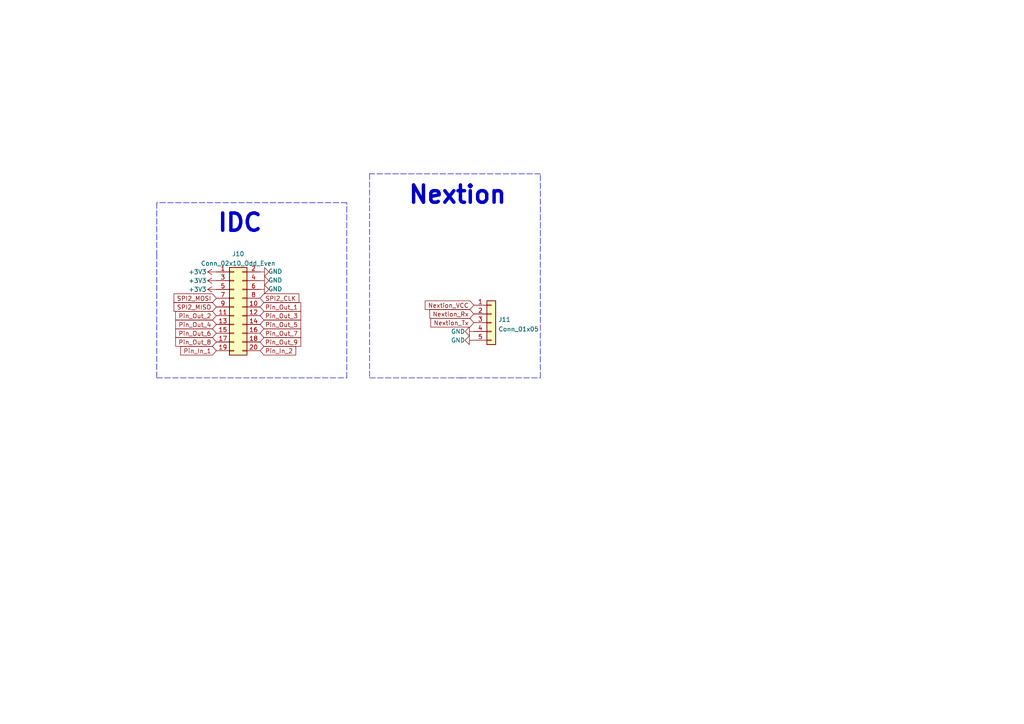
<source format=kicad_sch>
(kicad_sch (version 20211123) (generator eeschema)
  (paper "A4")
  (lib_symbols
    (symbol "Connector_Generic:Conn_01x05" (pin_names (offset 1.016) hide)
      (property "Reference" "J" (at 0 7.62 0))
      (property "Value" "Conn_01x05" (at 0 -7.62 0))
      (symbol "Conn_01x05_1_1"
        (rectangle (start -1.27 -4.953) (end 0 -5.207) (stroke (width 0.1524)))
        (rectangle (start -1.27 -2.413) (end 0 -2.667) (stroke (width 0.1524)))
        (rectangle (start -1.27 0.127) (end 0 -0.127) (stroke (width 0.1524)))
        (rectangle (start -1.27 2.667) (end 0 2.413) (stroke (width 0.1524)))
        (rectangle (start -1.27 5.207) (end 0 4.953) (stroke (width 0.1524)))
        (rectangle (start -1.27 6.35) (end 1.27 -6.35) (stroke (width 0.254)) (fill (type background)))
        (pin passive line (at -5.08 5.08 0) (length 3.81) (name "Pin_1") (number "1"))
        (pin passive line (at -5.08 2.54 0) (length 3.81) (name "Pin_2") (number "2"))
        (pin passive line (at -5.08 0 0) (length 3.81) (name "Pin_3") (number "3"))
        (pin passive line (at -5.08 -2.54 0) (length 3.81) (name "Pin_4") (number "4"))
        (pin passive line (at -5.08 -5.08 0) (length 3.81) (name "Pin_5") (number "5"))
      )
    )
    (symbol "Connector_Generic:Conn_02x10_Odd_Even" (pin_names (offset 1.016) hide)
      (property "Reference" "J" (at 1.27 12.7 0))
      (property "Value" "Conn_02x10_Odd_Even" (at 1.27 -15.24 0))
      (symbol "Conn_02x10_Odd_Even_1_1"
        (rectangle (start -1.27 -12.573) (end 0 -12.827) (stroke (width 0.1524)))
        (rectangle (start -1.27 -10.033) (end 0 -10.287) (stroke (width 0.1524)))
        (rectangle (start -1.27 -7.493) (end 0 -7.747) (stroke (width 0.1524)))
        (rectangle (start -1.27 -4.953) (end 0 -5.207) (stroke (width 0.1524)))
        (rectangle (start -1.27 -2.413) (end 0 -2.667) (stroke (width 0.1524)))
        (rectangle (start -1.27 0.127) (end 0 -0.127) (stroke (width 0.1524)))
        (rectangle (start -1.27 2.667) (end 0 2.413) (stroke (width 0.1524)))
        (rectangle (start -1.27 5.207) (end 0 4.953) (stroke (width 0.1524)))
        (rectangle (start -1.27 7.747) (end 0 7.493) (stroke (width 0.1524)))
        (rectangle (start -1.27 10.287) (end 0 10.033) (stroke (width 0.1524)))
        (rectangle (start -1.27 11.43) (end 3.81 -13.97) (stroke (width 0.254)) (fill (type background)))
        (rectangle (start 3.81 -12.573) (end 2.54 -12.827) (stroke (width 0.1524)))
        (rectangle (start 3.81 -10.033) (end 2.54 -10.287) (stroke (width 0.1524)))
        (rectangle (start 3.81 -7.493) (end 2.54 -7.747) (stroke (width 0.1524)))
        (rectangle (start 3.81 -4.953) (end 2.54 -5.207) (stroke (width 0.1524)))
        (rectangle (start 3.81 -2.413) (end 2.54 -2.667) (stroke (width 0.1524)))
        (rectangle (start 3.81 0.127) (end 2.54 -0.127) (stroke (width 0.1524)))
        (rectangle (start 3.81 2.667) (end 2.54 2.413) (stroke (width 0.1524)))
        (rectangle (start 3.81 5.207) (end 2.54 4.953) (stroke (width 0.1524)))
        (rectangle (start 3.81 7.747) (end 2.54 7.493) (stroke (width 0.1524)))
        (rectangle (start 3.81 10.287) (end 2.54 10.033) (stroke (width 0.1524)))
        (pin passive line (at -5.08 10.16 0) (length 3.81) (name "Pin_1") (number "1"))
        (pin passive line (at 7.62 0 180) (length 3.81) (name "Pin_10") (number "10"))
        (pin passive line (at -5.08 -2.54 0) (length 3.81) (name "Pin_11") (number "11"))
        (pin passive line (at 7.62 -2.54 180) (length 3.81) (name "Pin_12") (number "12"))
        (pin passive line (at -5.08 -5.08 0) (length 3.81) (name "Pin_13") (number "13"))
        (pin passive line (at 7.62 -5.08 180) (length 3.81) (name "Pin_14") (number "14"))
        (pin passive line (at -5.08 -7.62 0) (length 3.81) (name "Pin_15") (number "15"))
        (pin passive line (at 7.62 -7.62 180) (length 3.81) (name "Pin_16") (number "16"))
        (pin passive line (at -5.08 -10.16 0) (length 3.81) (name "Pin_17") (number "17"))
        (pin passive line (at 7.62 -10.16 180) (length 3.81) (name "Pin_18") (number "18"))
        (pin passive line (at -5.08 -12.7 0) (length 3.81) (name "Pin_19") (number "19"))
        (pin passive line (at 7.62 10.16 180) (length 3.81) (name "Pin_2") (number "2"))
        (pin passive line (at 7.62 -12.7 180) (length 3.81) (name "Pin_20") (number "20"))
        (pin passive line (at -5.08 7.62 0) (length 3.81) (name "Pin_3") (number "3"))
        (pin passive line (at 7.62 7.62 180) (length 3.81) (name "Pin_4") (number "4"))
        (pin passive line (at -5.08 5.08 0) (length 3.81) (name "Pin_5") (number "5"))
        (pin passive line (at 7.62 5.08 180) (length 3.81) (name "Pin_6") (number "6"))
        (pin passive line (at -5.08 2.54 0) (length 3.81) (name "Pin_7") (number "7"))
        (pin passive line (at 7.62 2.54 180) (length 3.81) (name "Pin_8") (number "8"))
        (pin passive line (at -5.08 0 0) (length 3.81) (name "Pin_9") (number "9"))
      )
    )
    (symbol "power:+3.3V" (power) (pin_names (offset 0))
      (property "Value" "+3.3V" (at 0 3.556 0))
      (symbol "+3.3V_0_1"
        (polyline (pts (xy -0.762 1.27) (xy 0 2.54)))
        (polyline (pts (xy 0 0) (xy 0 2.54)))
        (polyline (pts (xy 0 2.54) (xy 0.762 1.27)))
      )
      (symbol "+3.3V_1_1"
        (pin power_in line (at 0 0 90) (length 0) hide (name "+3V3") (number "1"))
      )
    )
    (symbol "power:GND" (power) (pin_names (offset 0))
      (property "Value" "GND" (at 0 -3.81 0))
      (symbol "GND_0_1"
        (polyline (pts (xy 0 0) (xy 0 -1.27) (xy 1.27 -1.27) (xy 0 -2.54) (xy -1.27 -1.27) (xy 0 -1.27)))
      )
      (symbol "GND_1_1"
        (pin power_in line (at 0 0 270) (length 0) hide (name "GND") (number "1"))
      )
    )
  )
  (polyline (pts (xy 100.584 58.801) (xy 45.466 58.801)))
  (polyline (pts (xy 133.604 109.601) (xy 156.718 109.601)))
  (polyline (pts (xy 100.584 109.601) (xy 100.584 58.801)))
  (polyline (pts (xy 156.718 109.601) (xy 156.718 50.419)))
  (polyline (pts (xy 45.466 73.533) (xy 45.466 109.601)))
  (polyline (pts (xy 107.188 50.419) (xy 107.188 109.601)))
  (polyline (pts (xy 45.466 109.601) (xy 100.584 109.601)))
  (polyline (pts (xy 45.466 58.801) (xy 45.466 73.533)))
  (polyline (pts (xy 107.188 109.601) (xy 133.858 109.601)))
  (polyline (pts (xy 156.718 50.419) (xy 107.188 50.419)))
  (text "IDC" (at 62.738 67.691 0) (effects (font (size 5.0038 5.0038) (thickness 1.0008) bold) (justify left bottom)))
  (text "Nextion" (at 118.11 59.563 0) (effects (font (size 5.0038 5.0038) (thickness 1.0008) bold) (justify left bottom)))
  (global_label "Pin_Out_9" (shape input) (at 75.438 99.187 0) (property "Intersheet References" "${INTERSHEET_REFS}" (effects hide)))
  (global_label "SPI2_CLK" (shape input) (at 75.438 86.487 0) (property "Intersheet References" "${INTERSHEET_REFS}" (effects hide)))
  (global_label "Pin_Out_6" (shape input) (at 62.738 96.647 180) (property "Intersheet References" "${INTERSHEET_REFS}" (effects hide)))
  (global_label "SPI2_MOSI" (shape input) (at 62.738 86.487 180) (property "Intersheet References" "${INTERSHEET_REFS}" (effects hide)))
  (global_label "Pin_In_1" (shape input) (at 62.738 101.727 180) (property "Intersheet References" "${INTERSHEET_REFS}" (effects hide)))
  (global_label "Pin_In_2" (shape input) (at 75.438 101.727 0) (property "Intersheet References" "${INTERSHEET_REFS}" (effects hide)))
  (global_label "Pin_Out_1" (shape input) (at 75.438 89.027 0) (property "Intersheet References" "${INTERSHEET_REFS}" (effects hide)))
  (global_label "Pin_Out_7" (shape input) (at 75.438 96.647 0) (property "Intersheet References" "${INTERSHEET_REFS}" (effects hide)))
  (global_label "SPI2_MISO" (shape input) (at 62.738 89.027 180) (property "Intersheet References" "${INTERSHEET_REFS}" (effects hide)))
  (global_label "Pin_Out_2" (shape input) (at 62.738 91.567 180) (property "Intersheet References" "${INTERSHEET_REFS}" (effects hide)))
  (global_label "Nextion_Rx" (shape input) (at 137.414 91.059 180) (property "Intersheet References" "${INTERSHEET_REFS}" (effects hide)))
  (global_label "Pin_Out_5" (shape input) (at 75.438 94.107 0) (property "Intersheet References" "${INTERSHEET_REFS}" (effects hide)))
  (global_label "Nextion_Tx" (shape input) (at 137.414 93.599 180) (property "Intersheet References" "${INTERSHEET_REFS}" (effects hide)))
  (global_label "Pin_Out_8" (shape input) (at 62.738 99.187 180) (property "Intersheet References" "${INTERSHEET_REFS}" (effects hide)))
  (global_label "Nextion_VCC" (shape input) (at 137.414 88.519 180) (property "Intersheet References" "${INTERSHEET_REFS}" (effects hide)))
  (global_label "Pin_Out_3" (shape input) (at 75.438 91.567 0) (property "Intersheet References" "${INTERSHEET_REFS}" (effects hide)))
  (global_label "Pin_Out_4" (shape input) (at 62.738 94.107 180) (property "Intersheet References" "${INTERSHEET_REFS}" (effects hide)))
  (symbol (lib_id "power:+3.3V") (at 62.738 81.407 90) (unit 1)
    (property "Reference" "#PWR0376" (effects hide))
    (property "Value" "+3.3V" (at 57.277 81.407 90))
  )
  (symbol (lib_id "power:+3.3V") (at 62.738 83.947 90) (unit 1)
    (property "Reference" "#PWR0375" (effects hide))
    (property "Value" "+3.3V" (at 57.277 83.947 90))
  )
  (symbol (lib_id "power:GND") (at 75.438 83.947 90) (unit 1)
    (property "Reference" "#PWR0370" (effects hide))
    (property "Value" "GND" (at 79.8322 83.82 90))
  )
  (symbol (lib_id "power:GND") (at 137.414 98.679 270) (unit 1)
    (property "Reference" "#PWR0371" (effects hide))
    (property "Value" "GND" (at 132.842 98.679 90))
  )
  (symbol (lib_id "power:GND") (at 137.414 96.139 270) (unit 1)
    (property "Reference" "#PWR0372" (effects hide))
    (property "Value" "GND" (at 132.842 96.139 90))
  )
  (symbol (lib_id "Connector_Generic:Conn_01x05") (at 142.494 93.599 0) (unit 1)
    (property "Reference" "J11" (at 144.526 92.6905 0) (effects (justify left)))
    (property "Value" "Conn_01x05" (at 144.526 95.4656 0) (effects (justify left)))
    (property "Footprint" "Footprint:XH2.54_4P_SMD" (effects hide))
  )
  (symbol (lib_id "power:GND") (at 75.438 81.407 90) (unit 1)
    (property "Reference" "#PWR0378" (effects hide))
    (property "Value" "GND" (at 79.8322 81.28 90))
  )
  (symbol (lib_id "power:+3.3V") (at 62.738 78.867 90) (unit 1)
    (property "Reference" "#PWR0374" (effects hide))
    (property "Value" "+3.3V" (at 57.277 78.867 90))
  )
  (symbol (lib_id "power:GND") (at 75.438 78.867 90) (unit 1)
    (property "Reference" "#PWR0377" (effects hide))
    (property "Value" "GND" (at 79.8322 78.74 90))
  )
  (symbol (lib_id "Connector_Generic:Conn_02x10_Odd_Even") (at 67.818 89.027 0) (unit 1)
    (property "Reference" "J10" (at 69.088 73.6305 0))
    (property "Value" "Conn_02x10_Odd_Even" (at 69.088 76.4056 0))
    (property "Footprint" "Connector_IDC:IDC-Header_2x10_P2.54mm_Vertical" (effects hide))
  )
)
</source>
